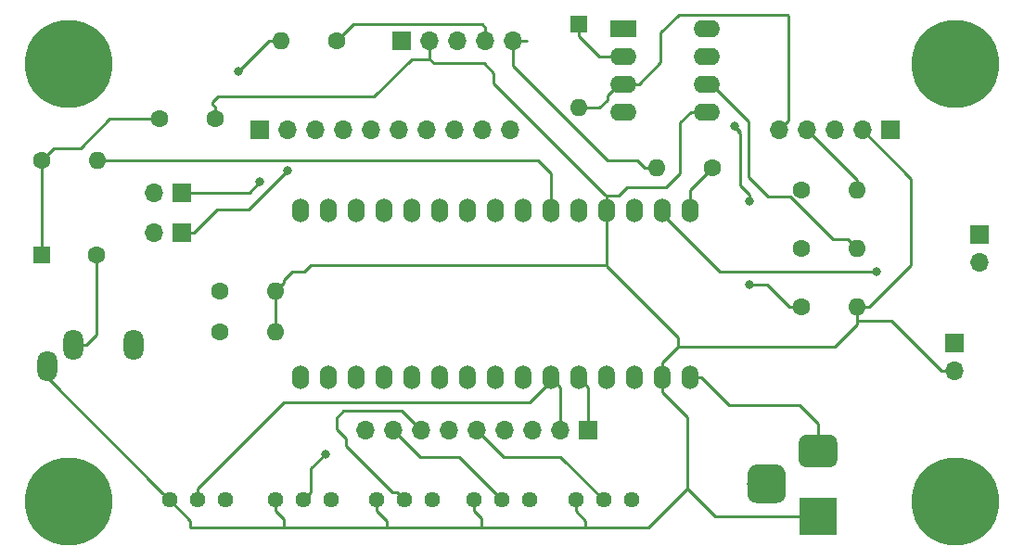
<source format=gtl>
G04 #@! TF.GenerationSoftware,KiCad,Pcbnew,5.0.2+dfsg1-1~bpo9+1*
G04 #@! TF.CreationDate,2022-10-20T11:28:44+02:00*
G04 #@! TF.ProjectId,nanosynth,6e616e6f-7379-46e7-9468-2e6b69636164,V.01*
G04 #@! TF.SameCoordinates,Original*
G04 #@! TF.FileFunction,Copper,L1,Top*
G04 #@! TF.FilePolarity,Positive*
%FSLAX46Y46*%
G04 Gerber Fmt 4.6, Leading zero omitted, Abs format (unit mm)*
G04 Created by KiCad (PCBNEW 5.0.2+dfsg1-1~bpo9+1) date Do 20 Okt 2022 11:28:44 CEST*
%MOMM*%
%LPD*%
G01*
G04 APERTURE LIST*
G04 #@! TA.AperFunction,ComponentPad*
%ADD10O,1.700000X1.700000*%
G04 #@! TD*
G04 #@! TA.AperFunction,ComponentPad*
%ADD11R,1.700000X1.700000*%
G04 #@! TD*
G04 #@! TA.AperFunction,ComponentPad*
%ADD12C,1.440000*%
G04 #@! TD*
G04 #@! TA.AperFunction,ComponentPad*
%ADD13C,1.600000*%
G04 #@! TD*
G04 #@! TA.AperFunction,ComponentPad*
%ADD14R,1.600000X1.600000*%
G04 #@! TD*
G04 #@! TA.AperFunction,ComponentPad*
%ADD15O,1.600000X1.600000*%
G04 #@! TD*
G04 #@! TA.AperFunction,ComponentPad*
%ADD16O,1.524000X2.199640*%
G04 #@! TD*
G04 #@! TA.AperFunction,ComponentPad*
%ADD17O,1.524000X2.197100*%
G04 #@! TD*
G04 #@! TA.AperFunction,ComponentPad*
%ADD18O,1.800000X2.800000*%
G04 #@! TD*
G04 #@! TA.AperFunction,ComponentPad*
%ADD19R,3.500000X3.500000*%
G04 #@! TD*
G04 #@! TA.AperFunction,Conductor*
%ADD20C,0.100000*%
G04 #@! TD*
G04 #@! TA.AperFunction,ComponentPad*
%ADD21C,3.000000*%
G04 #@! TD*
G04 #@! TA.AperFunction,ComponentPad*
%ADD22C,3.500000*%
G04 #@! TD*
G04 #@! TA.AperFunction,ComponentPad*
%ADD23R,2.400000X1.600000*%
G04 #@! TD*
G04 #@! TA.AperFunction,ComponentPad*
%ADD24O,2.400000X1.600000*%
G04 #@! TD*
G04 #@! TA.AperFunction,ComponentPad*
%ADD25C,0.900000*%
G04 #@! TD*
G04 #@! TA.AperFunction,ComponentPad*
%ADD26C,8.000000*%
G04 #@! TD*
G04 #@! TA.AperFunction,ViaPad*
%ADD27C,0.800000*%
G04 #@! TD*
G04 #@! TA.AperFunction,Conductor*
%ADD28C,0.250000*%
G04 #@! TD*
G04 APERTURE END LIST*
D10*
G04 #@! TO.P,J3,5*
G04 #@! TO.N,Net-(D1-Pad2)*
X135890000Y-82042000D03*
G04 #@! TO.P,J3,4*
G04 #@! TO.N,Net-(J3-Pad4)*
X138430000Y-82042000D03*
G04 #@! TO.P,J3,3*
G04 #@! TO.N,Net-(J3-Pad3)*
X140970000Y-82042000D03*
G04 #@! TO.P,J3,2*
G04 #@! TO.N,GND*
X143510000Y-82042000D03*
D11*
G04 #@! TO.P,J3,1*
G04 #@! TO.N,Net-(J3-Pad1)*
X146050000Y-82042000D03*
G04 #@! TD*
G04 #@! TO.P,J4,1*
G04 #@! TO.N,Net-(J4-Pad1)*
X101473000Y-73914000D03*
D10*
G04 #@! TO.P,J4,2*
G04 #@! TO.N,GND*
X104013000Y-73914000D03*
G04 #@! TO.P,J4,3*
G04 #@! TO.N,Net-(J4-Pad3)*
X106553000Y-73914000D03*
G04 #@! TO.P,J4,4*
G04 #@! TO.N,Net-(J4-Pad4)*
X109093000Y-73914000D03*
G04 #@! TO.P,J4,5*
G04 #@! TO.N,Net-(J4-Pad5)*
X111633000Y-73914000D03*
G04 #@! TD*
D12*
G04 #@! TO.P,RV5,3*
G04 #@! TO.N,GND*
X80264000Y-115824000D03*
G04 #@! TO.P,RV5,2*
G04 #@! TO.N,Net-(J1-Pad25)*
X82804000Y-115824000D03*
G04 #@! TO.P,RV5,1*
G04 #@! TO.N,+5V*
X85344000Y-115824000D03*
G04 #@! TD*
G04 #@! TO.P,RV4,1*
G04 #@! TO.N,+5V*
X122428000Y-115824000D03*
G04 #@! TO.P,RV4,2*
G04 #@! TO.N,Net-(J1-Pad22)*
X119888000Y-115824000D03*
G04 #@! TO.P,RV4,3*
G04 #@! TO.N,GND*
X117348000Y-115824000D03*
G04 #@! TD*
G04 #@! TO.P,RV3,3*
G04 #@! TO.N,GND*
X89916000Y-115824000D03*
G04 #@! TO.P,RV3,2*
G04 #@! TO.N,Net-(J1-Pad21)*
X92456000Y-115824000D03*
G04 #@! TO.P,RV3,1*
G04 #@! TO.N,+5V*
X94996000Y-115824000D03*
G04 #@! TD*
G04 #@! TO.P,RV1,1*
G04 #@! TO.N,+5V*
X113157000Y-115824000D03*
G04 #@! TO.P,RV1,2*
G04 #@! TO.N,Net-(J1-Pad19)*
X110617000Y-115824000D03*
G04 #@! TO.P,RV1,3*
G04 #@! TO.N,GND*
X108077000Y-115824000D03*
G04 #@! TD*
G04 #@! TO.P,RV2,3*
G04 #@! TO.N,GND*
X99187000Y-115824000D03*
G04 #@! TO.P,RV2,2*
G04 #@! TO.N,Net-(J1-Pad20)*
X101727000Y-115824000D03*
G04 #@! TO.P,RV2,1*
G04 #@! TO.N,+5V*
X104267000Y-115824000D03*
G04 #@! TD*
D13*
G04 #@! TO.P,C1,1*
G04 #@! TO.N,Net-(C1-Pad1)*
X79375000Y-81026000D03*
G04 #@! TO.P,C1,2*
G04 #@! TO.N,GND*
X84375000Y-81026000D03*
G04 #@! TD*
D14*
G04 #@! TO.P,C2,1*
G04 #@! TO.N,Net-(C1-Pad1)*
X68580000Y-93472000D03*
D13*
G04 #@! TO.P,C2,2*
G04 #@! TO.N,Net-(C2-Pad2)*
X73580000Y-93472000D03*
G04 #@! TD*
D14*
G04 #@! TO.P,D1,1*
G04 #@! TO.N,Net-(D1-Pad1)*
X117602000Y-72390000D03*
D15*
G04 #@! TO.P,D1,2*
G04 #@! TO.N,Net-(D1-Pad2)*
X117602000Y-80010000D03*
G04 #@! TD*
D16*
G04 #@! TO.P,J1,1*
G04 #@! TO.N,Net-(J1-Pad1)*
X127762000Y-89408000D03*
G04 #@! TO.P,J1,2*
G04 #@! TO.N,Net-(J1-Pad2)*
X125222000Y-89408000D03*
G04 #@! TO.P,J1,3*
G04 #@! TO.N,Net-(J1-Pad3)*
X122682000Y-89408000D03*
G04 #@! TO.P,J1,4*
G04 #@! TO.N,GND*
X120142000Y-89408000D03*
G04 #@! TO.P,J1,5*
G04 #@! TO.N,Net-(J1-Pad5)*
X117602000Y-89408000D03*
G04 #@! TO.P,J1,6*
G04 #@! TO.N,Net-(J1-Pad6)*
X115062000Y-89408000D03*
G04 #@! TO.P,J1,7*
G04 #@! TO.N,Net-(J1-Pad7)*
X112522000Y-89408000D03*
G04 #@! TO.P,J1,8*
G04 #@! TO.N,Net-(J1-Pad8)*
X109982000Y-89408000D03*
G04 #@! TO.P,J1,9*
G04 #@! TO.N,Net-(J1-Pad9)*
X107442000Y-89408000D03*
G04 #@! TO.P,J1,10*
G04 #@! TO.N,Net-(J1-Pad10)*
X104902000Y-89408000D03*
G04 #@! TO.P,J1,11*
G04 #@! TO.N,Net-(J1-Pad11)*
X102362000Y-89408000D03*
G04 #@! TO.P,J1,12*
G04 #@! TO.N,Net-(J1-Pad12)*
X99822000Y-89408000D03*
G04 #@! TO.P,J1,13*
G04 #@! TO.N,Net-(J1-Pad13)*
X97282000Y-89408000D03*
G04 #@! TO.P,J1,14*
G04 #@! TO.N,Net-(J1-Pad14)*
X94742000Y-89408000D03*
G04 #@! TO.P,J1,15*
G04 #@! TO.N,Net-(J1-Pad15)*
X92202000Y-89408000D03*
G04 #@! TO.P,J1,16*
G04 #@! TO.N,Net-(J1-Pad16)*
X92202000Y-104648000D03*
G04 #@! TO.P,J1,17*
G04 #@! TO.N,Net-(J1-Pad17)*
X94742000Y-104648000D03*
G04 #@! TO.P,J1,18*
G04 #@! TO.N,Net-(J1-Pad18)*
X97282000Y-104648000D03*
G04 #@! TO.P,J1,19*
G04 #@! TO.N,Net-(J1-Pad19)*
X99822000Y-104648000D03*
D17*
G04 #@! TO.P,J1,20*
G04 #@! TO.N,Net-(J1-Pad20)*
X102362000Y-104648000D03*
G04 #@! TO.P,J1,21*
G04 #@! TO.N,Net-(J1-Pad21)*
X104902000Y-104648000D03*
G04 #@! TO.P,J1,22*
G04 #@! TO.N,Net-(J1-Pad22)*
X107442000Y-104648000D03*
G04 #@! TO.P,J1,23*
G04 #@! TO.N,Net-(J1-Pad23)*
X109982000Y-104648000D03*
G04 #@! TO.P,J1,24*
G04 #@! TO.N,Net-(J1-Pad24)*
X112522000Y-104648000D03*
G04 #@! TO.P,J1,25*
G04 #@! TO.N,Net-(J1-Pad25)*
X115062000Y-104648000D03*
G04 #@! TO.P,J1,26*
G04 #@! TO.N,Net-(J1-Pad26)*
X117602000Y-104648000D03*
G04 #@! TO.P,J1,27*
G04 #@! TO.N,+5V*
X120142000Y-104648000D03*
G04 #@! TO.P,J1,28*
G04 #@! TO.N,Net-(J1-Pad28)*
X122682000Y-104648000D03*
G04 #@! TO.P,J1,29*
G04 #@! TO.N,GND*
X125222000Y-104648000D03*
G04 #@! TO.P,J1,30*
G04 #@! TO.N,Net-(J1-Pad30)*
X127762000Y-104648000D03*
G04 #@! TD*
D18*
G04 #@! TO.P,J2,S*
G04 #@! TO.N,GND*
X69088000Y-103632000D03*
G04 #@! TO.P,J2,T*
G04 #@! TO.N,Net-(C2-Pad2)*
X71488000Y-101632000D03*
G04 #@! TO.P,J2,R*
G04 #@! TO.N,N/C*
X76988000Y-101632000D03*
G04 #@! TD*
D19*
G04 #@! TO.P,J5,1*
G04 #@! TO.N,GND*
X139446000Y-117348000D03*
D20*
G04 #@! TD*
G04 #@! TO.N,Net-(J1-Pad30)*
G04 #@! TO.C,J5*
G36*
X140519513Y-109851611D02*
X140592318Y-109862411D01*
X140663714Y-109880295D01*
X140733013Y-109905090D01*
X140799548Y-109936559D01*
X140862678Y-109974398D01*
X140921795Y-110018242D01*
X140976330Y-110067670D01*
X141025758Y-110122205D01*
X141069602Y-110181322D01*
X141107441Y-110244452D01*
X141138910Y-110310987D01*
X141163705Y-110380286D01*
X141181589Y-110451682D01*
X141192389Y-110524487D01*
X141196000Y-110598000D01*
X141196000Y-112098000D01*
X141192389Y-112171513D01*
X141181589Y-112244318D01*
X141163705Y-112315714D01*
X141138910Y-112385013D01*
X141107441Y-112451548D01*
X141069602Y-112514678D01*
X141025758Y-112573795D01*
X140976330Y-112628330D01*
X140921795Y-112677758D01*
X140862678Y-112721602D01*
X140799548Y-112759441D01*
X140733013Y-112790910D01*
X140663714Y-112815705D01*
X140592318Y-112833589D01*
X140519513Y-112844389D01*
X140446000Y-112848000D01*
X138446000Y-112848000D01*
X138372487Y-112844389D01*
X138299682Y-112833589D01*
X138228286Y-112815705D01*
X138158987Y-112790910D01*
X138092452Y-112759441D01*
X138029322Y-112721602D01*
X137970205Y-112677758D01*
X137915670Y-112628330D01*
X137866242Y-112573795D01*
X137822398Y-112514678D01*
X137784559Y-112451548D01*
X137753090Y-112385013D01*
X137728295Y-112315714D01*
X137710411Y-112244318D01*
X137699611Y-112171513D01*
X137696000Y-112098000D01*
X137696000Y-110598000D01*
X137699611Y-110524487D01*
X137710411Y-110451682D01*
X137728295Y-110380286D01*
X137753090Y-110310987D01*
X137784559Y-110244452D01*
X137822398Y-110181322D01*
X137866242Y-110122205D01*
X137915670Y-110067670D01*
X137970205Y-110018242D01*
X138029322Y-109974398D01*
X138092452Y-109936559D01*
X138158987Y-109905090D01*
X138228286Y-109880295D01*
X138299682Y-109862411D01*
X138372487Y-109851611D01*
X138446000Y-109848000D01*
X140446000Y-109848000D01*
X140519513Y-109851611D01*
X140519513Y-109851611D01*
G37*
D21*
G04 #@! TO.P,J5,2*
G04 #@! TO.N,Net-(J1-Pad30)*
X139446000Y-111348000D03*
D20*
G04 #@! TD*
G04 #@! TO.N,N/C*
G04 #@! TO.C,J5*
G36*
X135706765Y-112602213D02*
X135791704Y-112614813D01*
X135874999Y-112635677D01*
X135955848Y-112664605D01*
X136033472Y-112701319D01*
X136107124Y-112745464D01*
X136176094Y-112796616D01*
X136239718Y-112854282D01*
X136297384Y-112917906D01*
X136348536Y-112986876D01*
X136392681Y-113060528D01*
X136429395Y-113138152D01*
X136458323Y-113219001D01*
X136479187Y-113302296D01*
X136491787Y-113387235D01*
X136496000Y-113473000D01*
X136496000Y-115223000D01*
X136491787Y-115308765D01*
X136479187Y-115393704D01*
X136458323Y-115476999D01*
X136429395Y-115557848D01*
X136392681Y-115635472D01*
X136348536Y-115709124D01*
X136297384Y-115778094D01*
X136239718Y-115841718D01*
X136176094Y-115899384D01*
X136107124Y-115950536D01*
X136033472Y-115994681D01*
X135955848Y-116031395D01*
X135874999Y-116060323D01*
X135791704Y-116081187D01*
X135706765Y-116093787D01*
X135621000Y-116098000D01*
X133871000Y-116098000D01*
X133785235Y-116093787D01*
X133700296Y-116081187D01*
X133617001Y-116060323D01*
X133536152Y-116031395D01*
X133458528Y-115994681D01*
X133384876Y-115950536D01*
X133315906Y-115899384D01*
X133252282Y-115841718D01*
X133194616Y-115778094D01*
X133143464Y-115709124D01*
X133099319Y-115635472D01*
X133062605Y-115557848D01*
X133033677Y-115476999D01*
X133012813Y-115393704D01*
X133000213Y-115308765D01*
X132996000Y-115223000D01*
X132996000Y-113473000D01*
X133000213Y-113387235D01*
X133012813Y-113302296D01*
X133033677Y-113219001D01*
X133062605Y-113138152D01*
X133099319Y-113060528D01*
X133143464Y-112986876D01*
X133194616Y-112917906D01*
X133252282Y-112854282D01*
X133315906Y-112796616D01*
X133384876Y-112745464D01*
X133458528Y-112701319D01*
X133536152Y-112664605D01*
X133617001Y-112635677D01*
X133700296Y-112614813D01*
X133785235Y-112602213D01*
X133871000Y-112598000D01*
X135621000Y-112598000D01*
X135706765Y-112602213D01*
X135706765Y-112602213D01*
G37*
D22*
G04 #@! TO.P,J5,3*
G04 #@! TO.N,N/C*
X134746000Y-114348000D03*
G04 #@! TD*
D13*
G04 #@! TO.P,R1,1*
G04 #@! TO.N,Net-(D1-Pad1)*
X137922000Y-87503000D03*
D15*
G04 #@! TO.P,R1,2*
G04 #@! TO.N,Net-(J3-Pad4)*
X143002000Y-87503000D03*
G04 #@! TD*
D13*
G04 #@! TO.P,R2,1*
G04 #@! TO.N,+5V*
X137922000Y-92837000D03*
D15*
G04 #@! TO.P,R2,2*
G04 #@! TO.N,Net-(R2-Pad2)*
X143002000Y-92837000D03*
G04 #@! TD*
G04 #@! TO.P,R3,2*
G04 #@! TO.N,GND*
X143002000Y-98171000D03*
D13*
G04 #@! TO.P,R3,1*
G04 #@! TO.N,Net-(R3-Pad1)*
X137922000Y-98171000D03*
G04 #@! TD*
D15*
G04 #@! TO.P,R4,2*
G04 #@! TO.N,Net-(J4-Pad5)*
X124714000Y-85471000D03*
D13*
G04 #@! TO.P,R4,1*
G04 #@! TO.N,Net-(J1-Pad1)*
X129794000Y-85471000D03*
G04 #@! TD*
G04 #@! TO.P,R5,1*
G04 #@! TO.N,Net-(J4-Pad4)*
X95504000Y-73914000D03*
D15*
G04 #@! TO.P,R5,2*
G04 #@! TO.N,+5V*
X90424000Y-73914000D03*
G04 #@! TD*
G04 #@! TO.P,R6,2*
G04 #@! TO.N,Net-(J1-Pad6)*
X73660000Y-84836000D03*
D13*
G04 #@! TO.P,R6,1*
G04 #@! TO.N,Net-(C1-Pad1)*
X68580000Y-84836000D03*
G04 #@! TD*
D11*
G04 #@! TO.P,SW1,1*
G04 #@! TO.N,Net-(R2-Pad2)*
X154178000Y-91567000D03*
D10*
G04 #@! TO.P,SW1,2*
G04 #@! TO.N,Net-(J1-Pad2)*
X154178000Y-94107000D03*
G04 #@! TD*
D23*
G04 #@! TO.P,U2,1*
G04 #@! TO.N,Net-(U2-Pad1)*
X121666000Y-72771000D03*
D24*
G04 #@! TO.P,U2,5*
G04 #@! TO.N,GND*
X129286000Y-80391000D03*
G04 #@! TO.P,U2,2*
G04 #@! TO.N,Net-(D1-Pad1)*
X121666000Y-75311000D03*
G04 #@! TO.P,U2,6*
G04 #@! TO.N,Net-(R2-Pad2)*
X129286000Y-77851000D03*
G04 #@! TO.P,U2,3*
G04 #@! TO.N,Net-(D1-Pad2)*
X121666000Y-77851000D03*
G04 #@! TO.P,U2,7*
G04 #@! TO.N,Net-(R3-Pad1)*
X129286000Y-75311000D03*
G04 #@! TO.P,U2,4*
G04 #@! TO.N,Net-(U2-Pad4)*
X121666000Y-80391000D03*
G04 #@! TO.P,U2,8*
G04 #@! TO.N,+5V*
X129286000Y-72771000D03*
G04 #@! TD*
D25*
G04 #@! TO.P,REF\002A\002A,1*
G04 #@! TO.N,N/C*
X73121320Y-113878680D03*
X71000000Y-113000000D03*
X68878680Y-113878680D03*
X68000000Y-116000000D03*
X68878680Y-118121320D03*
X71000000Y-119000000D03*
X73121320Y-118121320D03*
X74000000Y-116000000D03*
D26*
X71000000Y-116000000D03*
G04 #@! TD*
D25*
G04 #@! TO.P,REF\002A\002A,1*
G04 #@! TO.N,N/C*
X73121320Y-73878680D03*
X71000000Y-73000000D03*
X68878680Y-73878680D03*
X68000000Y-76000000D03*
X68878680Y-78121320D03*
X71000000Y-79000000D03*
X73121320Y-78121320D03*
X74000000Y-76000000D03*
D26*
X71000000Y-76000000D03*
G04 #@! TD*
D25*
G04 #@! TO.P,REF\002A\002A,1*
G04 #@! TO.N,N/C*
X154121320Y-113878680D03*
X152000000Y-113000000D03*
X149878680Y-113878680D03*
X149000000Y-116000000D03*
X149878680Y-118121320D03*
X152000000Y-119000000D03*
X154121320Y-118121320D03*
X155000000Y-116000000D03*
D26*
X152000000Y-116000000D03*
G04 #@! TD*
D25*
G04 #@! TO.P,REF\002A\002A,1*
G04 #@! TO.N,N/C*
X154121320Y-73878680D03*
X152000000Y-73000000D03*
X149878680Y-73878680D03*
X149000000Y-76000000D03*
X149878680Y-78121320D03*
X152000000Y-79000000D03*
X154121320Y-78121320D03*
X155000000Y-76000000D03*
D26*
X152000000Y-76000000D03*
G04 #@! TD*
D11*
G04 #@! TO.P,J6,1*
G04 #@! TO.N,Net-(J1-Pad26)*
X118491000Y-109474000D03*
D10*
G04 #@! TO.P,J6,2*
G04 #@! TO.N,Net-(J1-Pad25)*
X115951000Y-109474000D03*
G04 #@! TO.P,J6,3*
G04 #@! TO.N,Net-(J1-Pad24)*
X113411000Y-109474000D03*
G04 #@! TO.P,J6,4*
G04 #@! TO.N,Net-(J1-Pad23)*
X110871000Y-109474000D03*
G04 #@! TO.P,J6,5*
G04 #@! TO.N,Net-(J1-Pad22)*
X108331000Y-109474000D03*
G04 #@! TO.P,J6,6*
G04 #@! TO.N,Net-(J1-Pad21)*
X105791000Y-109474000D03*
G04 #@! TO.P,J6,7*
G04 #@! TO.N,Net-(J1-Pad20)*
X103251000Y-109474000D03*
G04 #@! TO.P,J6,8*
G04 #@! TO.N,Net-(J1-Pad19)*
X100711000Y-109474000D03*
G04 #@! TO.P,J6,9*
G04 #@! TO.N,Net-(J1-Pad16)*
X98171000Y-109474000D03*
G04 #@! TD*
D11*
G04 #@! TO.P,J7,1*
G04 #@! TO.N,Net-(J1-Pad15)*
X88519000Y-82042000D03*
D10*
G04 #@! TO.P,J7,2*
G04 #@! TO.N,Net-(J1-Pad14)*
X91059000Y-82042000D03*
G04 #@! TO.P,J7,3*
G04 #@! TO.N,Net-(J1-Pad13)*
X93599000Y-82042000D03*
G04 #@! TO.P,J7,4*
G04 #@! TO.N,Net-(J1-Pad12)*
X96139000Y-82042000D03*
G04 #@! TO.P,J7,5*
G04 #@! TO.N,Net-(J1-Pad11)*
X98679000Y-82042000D03*
G04 #@! TO.P,J7,6*
G04 #@! TO.N,Net-(J1-Pad10)*
X101219000Y-82042000D03*
G04 #@! TO.P,J7,7*
G04 #@! TO.N,Net-(J1-Pad9)*
X103759000Y-82042000D03*
G04 #@! TO.P,J7,8*
G04 #@! TO.N,Net-(J1-Pad8)*
X106299000Y-82042000D03*
G04 #@! TO.P,J7,9*
G04 #@! TO.N,Net-(J1-Pad7)*
X108839000Y-82042000D03*
G04 #@! TO.P,J7,10*
G04 #@! TO.N,Net-(J1-Pad5)*
X111379000Y-82042000D03*
G04 #@! TD*
D13*
G04 #@! TO.P,R7,1*
G04 #@! TO.N,Net-(J1-Pad15)*
X84806001Y-96744001D03*
D15*
G04 #@! TO.P,R7,2*
G04 #@! TO.N,GND*
X89886001Y-96744001D03*
G04 #@! TD*
G04 #@! TO.P,R8,2*
G04 #@! TO.N,GND*
X89886001Y-100494001D03*
D13*
G04 #@! TO.P,R8,1*
G04 #@! TO.N,Net-(J1-Pad14)*
X84806001Y-100494001D03*
G04 #@! TD*
D11*
G04 #@! TO.P,SW2,1*
G04 #@! TO.N,Net-(J1-Pad15)*
X81384477Y-87745645D03*
D10*
G04 #@! TO.P,SW2,2*
G04 #@! TO.N,+5V*
X78844477Y-87745645D03*
G04 #@! TD*
G04 #@! TO.P,SW3,2*
G04 #@! TO.N,+5V*
X78844477Y-91395645D03*
D11*
G04 #@! TO.P,SW3,1*
G04 #@! TO.N,Net-(J1-Pad14)*
X81384477Y-91395645D03*
G04 #@! TD*
G04 #@! TO.P,J8,1*
G04 #@! TO.N,+5V*
X151892000Y-101473000D03*
D10*
G04 #@! TO.P,J8,2*
G04 #@! TO.N,GND*
X151892000Y-104013000D03*
G04 #@! TD*
D27*
G04 #@! TO.N,Net-(J1-Pad2)*
X144780000Y-94996000D03*
G04 #@! TO.N,Net-(J1-Pad14)*
X91059000Y-85725000D03*
G04 #@! TO.N,Net-(J1-Pad15)*
X88519000Y-86737000D03*
G04 #@! TO.N,+5V*
X86498630Y-76708000D03*
G04 #@! TO.N,Net-(R3-Pad1)*
X133223000Y-96139000D03*
X133223000Y-88519000D03*
X131826000Y-81661000D03*
G04 #@! TO.N,Net-(J1-Pad21)*
X94488000Y-111633000D03*
G04 #@! TD*
D28*
G04 #@! TO.N,Net-(C1-Pad1)*
X68326000Y-84582000D02*
X68580000Y-84836000D01*
X68580000Y-92422000D02*
X68580000Y-84836000D01*
X68580000Y-93472000D02*
X68580000Y-92422000D01*
X79375000Y-81026000D02*
X74803000Y-81026000D01*
X74803000Y-81026000D02*
X72136000Y-83693000D01*
X69723000Y-83693000D02*
X68580000Y-84836000D01*
X72136000Y-83693000D02*
X69723000Y-83693000D01*
G04 #@! TO.N,GND*
X120142000Y-89408000D02*
X120142000Y-89745820D01*
X143002000Y-98171000D02*
X144133370Y-98171000D01*
X104013000Y-73914000D02*
X104013000Y-75565000D01*
X104013000Y-75565000D02*
X104394000Y-75946000D01*
X104394000Y-75946000D02*
X108966000Y-75946000D01*
X108966000Y-75946000D02*
X109855000Y-76835000D01*
X103632000Y-118364000D02*
X104650233Y-118364000D01*
X102362000Y-75565000D02*
X104013000Y-75565000D01*
X98933000Y-78994000D02*
X102362000Y-75565000D01*
X84640630Y-78994000D02*
X98933000Y-78994000D01*
X84375000Y-79894630D02*
X84201000Y-79720630D01*
X84375000Y-81026000D02*
X84375000Y-79894630D01*
X84201000Y-79433630D02*
X84640630Y-78994000D01*
X84201000Y-79720630D02*
X84201000Y-79433630D01*
X109855000Y-77771180D02*
X109855000Y-76835000D01*
X120142000Y-89408000D02*
X120142000Y-88058180D01*
G04 #@! TO.N,Net-(C2-Pad2)*
X72638000Y-101632000D02*
X71488000Y-101632000D01*
X73580000Y-100690000D02*
X72638000Y-101632000D01*
X73580000Y-93472000D02*
X73580000Y-100690000D01*
G04 #@! TO.N,Net-(J1-Pad2)*
X125222000Y-89745820D02*
X130472180Y-94996000D01*
X125222000Y-89408000D02*
X125222000Y-89745820D01*
X130472180Y-94996000D02*
X144780000Y-94996000D01*
X144780000Y-94996000D02*
X144780000Y-94996000D01*
G04 #@! TO.N,Net-(J1-Pad6)*
X73660000Y-84836000D02*
X113919000Y-84836000D01*
X115062000Y-85979000D02*
X115062000Y-89408000D01*
X113919000Y-84836000D02*
X115062000Y-85979000D01*
G04 #@! TO.N,GND*
X125222000Y-104648000D02*
X125222000Y-104984550D01*
X125222000Y-105996550D02*
X127508000Y-108282550D01*
X125222000Y-104648000D02*
X125222000Y-105996550D01*
X127508000Y-114808000D02*
X123952000Y-118364000D01*
X127508000Y-108282550D02*
X127508000Y-114808000D01*
X130048000Y-117348000D02*
X127508000Y-114808000D01*
X139446000Y-117348000D02*
X130048000Y-117348000D01*
X125222000Y-104648000D02*
X125222000Y-103299450D01*
X140970000Y-101854000D02*
X143002000Y-99822000D01*
X125222000Y-103299450D02*
X126667450Y-101854000D01*
X126667450Y-101854000D02*
X140970000Y-101854000D01*
X126667450Y-101013450D02*
X120142000Y-94488000D01*
X126667450Y-101854000D02*
X126667450Y-101013450D01*
X123952000Y-118364000D02*
X122936000Y-118364000D01*
X108077000Y-116842233D02*
X108712000Y-117477233D01*
X108712000Y-117477233D02*
X108712000Y-118364000D01*
X108077000Y-115824000D02*
X108077000Y-116842233D01*
X108712000Y-118364000D02*
X113792000Y-118364000D01*
X104650233Y-118364000D02*
X108712000Y-118364000D01*
X100076000Y-117731233D02*
X100076000Y-118364000D01*
X99187000Y-116842233D02*
X100076000Y-117731233D01*
X99187000Y-115824000D02*
X99187000Y-116842233D01*
X93472000Y-118364000D02*
X100076000Y-118364000D01*
X100076000Y-118364000D02*
X103632000Y-118364000D01*
X90678000Y-117604233D02*
X90678000Y-118364000D01*
X89916000Y-116842233D02*
X90678000Y-117604233D01*
X89916000Y-115824000D02*
X89916000Y-116842233D01*
X90678000Y-118364000D02*
X93472000Y-118364000D01*
X82170000Y-117730000D02*
X80264000Y-115824000D01*
X82170000Y-118364000D02*
X82170000Y-117730000D01*
X90678000Y-118364000D02*
X82170000Y-118364000D01*
X69088000Y-104648000D02*
X79544001Y-115104001D01*
X79544001Y-115104001D02*
X80264000Y-115824000D01*
X69088000Y-103632000D02*
X69088000Y-104648000D01*
X117348000Y-116842233D02*
X118237000Y-117731233D01*
X118237000Y-117731233D02*
X118237000Y-118364000D01*
X117348000Y-115824000D02*
X117348000Y-116842233D01*
X122936000Y-118364000D02*
X118237000Y-118364000D01*
X118237000Y-118364000D02*
X113792000Y-118364000D01*
X93146372Y-94361000D02*
X120142000Y-94361000D01*
X92541371Y-94966001D02*
X93146372Y-94361000D01*
X91410001Y-94966001D02*
X92541371Y-94966001D01*
X120142000Y-94488000D02*
X120142000Y-94361000D01*
X120142000Y-94361000D02*
X120142000Y-89408000D01*
X89886001Y-99362631D02*
X89886001Y-96744001D01*
X89886001Y-100494001D02*
X89886001Y-99362631D01*
X90686000Y-95690002D02*
X91410001Y-94966001D01*
X90686000Y-95944002D02*
X90686000Y-95690002D01*
X89886001Y-96744001D02*
X90686000Y-95944002D01*
X150689919Y-104013000D02*
X146117919Y-99441000D01*
X151892000Y-104013000D02*
X150689919Y-104013000D01*
X143002000Y-99822000D02*
X143002000Y-99441000D01*
X146117919Y-99441000D02*
X143002000Y-99441000D01*
X143002000Y-99441000D02*
X143002000Y-98171000D01*
X147955000Y-94349370D02*
X147574000Y-94730370D01*
X147955000Y-86487000D02*
X147955000Y-94349370D01*
X143510000Y-82042000D02*
X147955000Y-86487000D01*
X144133370Y-98171000D02*
X147574000Y-94730370D01*
X147574000Y-94730370D02*
X147828000Y-94476370D01*
X127836000Y-80391000D02*
X126873000Y-81354000D01*
X129286000Y-80391000D02*
X127836000Y-80391000D01*
X120142000Y-88058180D02*
X120015000Y-87931180D01*
X120015000Y-87931180D02*
X109855000Y-77771180D01*
X120142000Y-88058180D02*
X121237820Y-88058180D01*
X121237820Y-88058180D02*
X122047000Y-87249000D01*
X122047000Y-87249000D02*
X125603000Y-87249000D01*
X126873000Y-85979000D02*
X126873000Y-84709000D01*
X125603000Y-87249000D02*
X126873000Y-85979000D01*
X126873000Y-84709000D02*
X126873000Y-84977002D01*
X126873000Y-81354000D02*
X126873000Y-84709000D01*
G04 #@! TO.N,Net-(D1-Pad1)*
X119473000Y-75311000D02*
X120216000Y-75311000D01*
X117602000Y-73440000D02*
X119473000Y-75311000D01*
X120216000Y-75311000D02*
X121666000Y-75311000D01*
X117602000Y-72390000D02*
X117602000Y-73440000D01*
G04 #@! TO.N,Net-(D1-Pad2)*
X120216000Y-78901000D02*
X121266000Y-77851000D01*
X121266000Y-77851000D02*
X121666000Y-77851000D01*
X120216000Y-79301000D02*
X120216000Y-78901000D01*
X119507000Y-80010000D02*
X120216000Y-79301000D01*
X117602000Y-80010000D02*
X119507000Y-80010000D01*
X122066000Y-77851000D02*
X121666000Y-77851000D01*
X135890000Y-82042000D02*
X136739999Y-81192001D01*
X136739999Y-81192001D02*
X136739999Y-71588999D01*
X136739999Y-71588999D02*
X136652000Y-71501000D01*
X123116000Y-77851000D02*
X125095000Y-75872000D01*
X121666000Y-77851000D02*
X123116000Y-77851000D01*
X125095000Y-75872000D02*
X125095000Y-73152000D01*
X125095000Y-73152000D02*
X126746000Y-71501000D01*
X126746000Y-71501000D02*
X128651000Y-71501000D01*
X128651000Y-71501000D02*
X128416000Y-71501000D01*
X136652000Y-71501000D02*
X128651000Y-71501000D01*
G04 #@! TO.N,Net-(J1-Pad1)*
X127762000Y-87503000D02*
X127762000Y-89408000D01*
X129794000Y-85471000D02*
X127762000Y-87503000D01*
G04 #@! TO.N,Net-(J1-Pad14)*
X84599122Y-89281000D02*
X87503000Y-89281000D01*
X82484477Y-91395645D02*
X84599122Y-89281000D01*
X87503000Y-89281000D02*
X91059000Y-85725000D01*
X81384477Y-91395645D02*
X82484477Y-91395645D01*
G04 #@! TO.N,Net-(J1-Pad15)*
X87510355Y-87745645D02*
X88519000Y-86737000D01*
X81384477Y-87745645D02*
X87510355Y-87745645D01*
G04 #@! TO.N,Net-(J1-Pad19)*
X110617000Y-115824000D02*
X106680000Y-111887000D01*
X103124000Y-111887000D02*
X100711000Y-109474000D01*
X106680000Y-111887000D02*
X103124000Y-111887000D01*
G04 #@! TO.N,Net-(J1-Pad26)*
X118491000Y-105537000D02*
X117602000Y-104648000D01*
X118491000Y-109474000D02*
X118491000Y-105537000D01*
G04 #@! TO.N,Net-(J1-Pad30)*
X128774000Y-104648000D02*
X131314000Y-107188000D01*
X127762000Y-104648000D02*
X128774000Y-104648000D01*
X131314000Y-107188000D02*
X137795000Y-107188000D01*
X139446000Y-108839000D02*
X139446000Y-111348000D01*
X137795000Y-107188000D02*
X139446000Y-108839000D01*
G04 #@! TO.N,Net-(J3-Pad4)*
X143002000Y-86614000D02*
X143002000Y-87503000D01*
X138430000Y-82042000D02*
X143002000Y-86614000D01*
G04 #@! TO.N,+5V*
X89292630Y-73914000D02*
X86498630Y-76708000D01*
X90424000Y-73914000D02*
X89292630Y-73914000D01*
X86498630Y-76708000D02*
X86498630Y-76708000D01*
G04 #@! TO.N,Net-(R2-Pad2)*
X129686000Y-77851000D02*
X129286000Y-77851000D01*
X133096000Y-86360000D02*
X133096000Y-81261000D01*
X133096000Y-81261000D02*
X129686000Y-77851000D01*
X134874000Y-88138000D02*
X133096000Y-86360000D01*
X143002000Y-92837000D02*
X142202001Y-92037001D01*
X142202001Y-92037001D02*
X140790999Y-92037001D01*
X140790999Y-92037001D02*
X136891998Y-88138000D01*
X136891998Y-88138000D02*
X134874000Y-88138000D01*
G04 #@! TO.N,Net-(R3-Pad1)*
X136790630Y-98171000D02*
X134758630Y-96139000D01*
X137922000Y-98171000D02*
X136790630Y-98171000D01*
X134758630Y-96139000D02*
X133223000Y-96139000D01*
X133223000Y-96139000D02*
X133096000Y-96139000D01*
X133223000Y-87953315D02*
X132334000Y-87064315D01*
X133223000Y-88519000D02*
X133223000Y-87953315D01*
X132334000Y-87064315D02*
X132334000Y-82423000D01*
X132334000Y-82423000D02*
X131826000Y-81661000D01*
X132334000Y-82169000D02*
X131826000Y-81661000D01*
X131826000Y-81661000D02*
X132334000Y-82169000D01*
G04 #@! TO.N,Net-(J4-Pad5)*
X111633000Y-73914000D02*
X112835081Y-73914000D01*
X111633000Y-73914000D02*
X111633000Y-76200000D01*
X123582630Y-85471000D02*
X122947630Y-84836000D01*
X124714000Y-85471000D02*
X123582630Y-85471000D01*
X122947630Y-84836000D02*
X120269000Y-84836000D01*
X118110000Y-82677000D02*
X118364000Y-82931000D01*
X120269000Y-84836000D02*
X118110000Y-82677000D01*
X111633000Y-76200000D02*
X118110000Y-82677000D01*
G04 #@! TO.N,Net-(J4-Pad4)*
X109093000Y-72711919D02*
X108771081Y-72390000D01*
X109093000Y-73914000D02*
X109093000Y-72711919D01*
X97028000Y-72390000D02*
X95504000Y-73914000D01*
X108771081Y-72390000D02*
X97028000Y-72390000D01*
G04 #@! TO.N,Net-(J1-Pad20)*
X101007001Y-115104001D02*
X100626001Y-115104001D01*
X101727000Y-115824000D02*
X101007001Y-115104001D01*
X100626001Y-115104001D02*
X96393000Y-110871000D01*
X96393000Y-110871000D02*
X96393000Y-110236000D01*
X96393000Y-110236000D02*
X95504000Y-109347000D01*
X95504000Y-109347000D02*
X95504000Y-108331000D01*
X95504000Y-108331000D02*
X96139000Y-107696000D01*
X101473000Y-107696000D02*
X103251000Y-109474000D01*
X96139000Y-107696000D02*
X101473000Y-107696000D01*
G04 #@! TO.N,Net-(J1-Pad21)*
X93175999Y-115104001D02*
X93175999Y-112945001D01*
X92456000Y-115824000D02*
X93175999Y-115104001D01*
X93175999Y-112945001D02*
X94488000Y-111633000D01*
X94488000Y-111633000D02*
X94488000Y-111633000D01*
G04 #@! TO.N,Net-(J1-Pad22)*
X119888000Y-115824000D02*
X115951000Y-111887000D01*
X110744000Y-111887000D02*
X108331000Y-109474000D01*
X115951000Y-111887000D02*
X110744000Y-111887000D01*
G04 #@! TO.N,Net-(J1-Pad25)*
X82804000Y-114805767D02*
X90675767Y-106934000D01*
X82804000Y-115824000D02*
X82804000Y-114805767D01*
X115062000Y-104984550D02*
X115062000Y-104648000D01*
X113112550Y-106934000D02*
X115062000Y-104984550D01*
X90675767Y-106934000D02*
X113112550Y-106934000D01*
X115951000Y-105537000D02*
X115062000Y-104648000D01*
X115951000Y-109474000D02*
X115951000Y-105537000D01*
G04 #@! TD*
M02*

</source>
